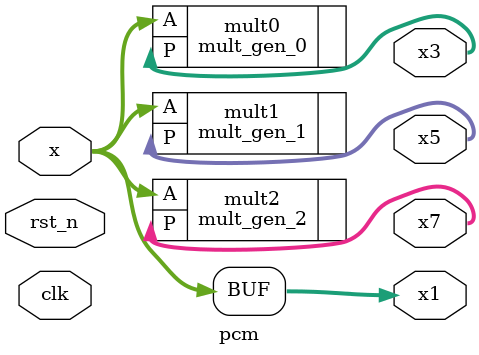
<source format=v>
`timescale 1ns / 1ps


module pcm(
    input           [31:0]  x,
    input                   clk,
    input                   rst_n,
    
    output          [31:0]  x1,
    output          [31:0]  x3,
    output          [31:0]  x5,
    output          [31:0]  x7
    );
    reg             [31:0]  x1_reg;
    reg             [31:0]  x_reg;
    
    
    assign x1 = x;
    
    mult_gen_0 mult0 (
        .A(x),      // input wire [31 : 0] A
        .P(x3)      // output wire [33 : 0] P
    );
    
    mult_gen_1 mult1 (
        .A(x),      // input wire [31 : 0] A
        .P(x5)      // output wire [34 : 0] P
    );
    
    mult_gen_2 mult2 (
        .A(x),      // input wire [31 : 0] A
        .P(x7)      // output wire [34 : 0] P
    );
    
endmodule

</source>
